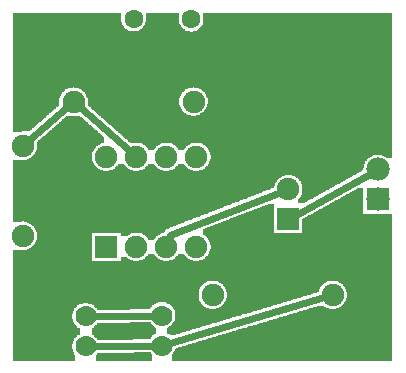
<source format=gbl>
G04 MADE WITH FRITZING*
G04 WWW.FRITZING.ORG*
G04 DOUBLE SIDED*
G04 HOLES PLATED*
G04 CONTOUR ON CENTER OF CONTOUR VECTOR*
%ASAXBY*%
%FSLAX23Y23*%
%MOIN*%
%OFA0B0*%
%SFA1.0B1.0*%
%ADD10C,0.075000*%
%ADD11C,0.062992*%
%ADD12C,0.078000*%
%ADD13C,0.070000*%
%ADD14R,0.075000X0.075000*%
%ADD15R,0.078000X0.078000*%
%ADD16C,0.024000*%
%LNCOPPER0*%
G90*
G70*
G54D10*
X121Y1062D03*
X350Y420D03*
X350Y720D03*
X450Y420D03*
X450Y720D03*
X550Y420D03*
X550Y720D03*
X650Y420D03*
X650Y720D03*
X241Y904D03*
X641Y904D03*
X72Y457D03*
X72Y757D03*
X705Y260D03*
X1105Y260D03*
G54D11*
X633Y1179D03*
X441Y1179D03*
G54D12*
X1256Y578D03*
X1256Y678D03*
G54D10*
X957Y512D03*
X957Y612D03*
G54D13*
X536Y191D03*
X536Y91D03*
X281Y188D03*
X281Y88D03*
G54D14*
X350Y420D03*
G54D15*
X1256Y578D03*
G54D14*
X957Y512D03*
G54D16*
X219Y886D02*
X93Y775D01*
D02*
X429Y739D02*
X262Y886D01*
D02*
X1229Y663D02*
X982Y526D01*
D02*
X559Y447D02*
X564Y461D01*
X564Y461D02*
X931Y602D01*
D02*
X307Y188D02*
X509Y191D01*
D02*
X509Y91D02*
X307Y88D01*
D02*
X1077Y252D02*
X561Y98D01*
G36*
X40Y1201D02*
X40Y1139D01*
X430Y1139D01*
X430Y1141D01*
X424Y1141D01*
X424Y1143D01*
X420Y1143D01*
X420Y1145D01*
X416Y1145D01*
X416Y1147D01*
X414Y1147D01*
X414Y1149D01*
X412Y1149D01*
X412Y1151D01*
X410Y1151D01*
X410Y1153D01*
X408Y1153D01*
X408Y1155D01*
X406Y1155D01*
X406Y1159D01*
X404Y1159D01*
X404Y1163D01*
X402Y1163D01*
X402Y1169D01*
X400Y1169D01*
X400Y1201D01*
X40Y1201D01*
G37*
D02*
G36*
X482Y1201D02*
X482Y1171D01*
X480Y1171D01*
X480Y1163D01*
X478Y1163D01*
X478Y1161D01*
X476Y1161D01*
X476Y1157D01*
X474Y1157D01*
X474Y1153D01*
X472Y1153D01*
X472Y1151D01*
X470Y1151D01*
X470Y1149D01*
X468Y1149D01*
X468Y1147D01*
X464Y1147D01*
X464Y1145D01*
X462Y1145D01*
X462Y1143D01*
X458Y1143D01*
X458Y1141D01*
X452Y1141D01*
X452Y1139D01*
X620Y1139D01*
X620Y1141D01*
X614Y1141D01*
X614Y1143D01*
X612Y1143D01*
X612Y1145D01*
X608Y1145D01*
X608Y1147D01*
X606Y1147D01*
X606Y1149D01*
X604Y1149D01*
X604Y1151D01*
X602Y1151D01*
X602Y1153D01*
X600Y1153D01*
X600Y1155D01*
X598Y1155D01*
X598Y1159D01*
X596Y1159D01*
X596Y1163D01*
X594Y1163D01*
X594Y1169D01*
X592Y1169D01*
X592Y1201D01*
X482Y1201D01*
G37*
D02*
G36*
X674Y1201D02*
X674Y1167D01*
X672Y1167D01*
X672Y1161D01*
X670Y1161D01*
X670Y1159D01*
X668Y1159D01*
X668Y1155D01*
X666Y1155D01*
X666Y1153D01*
X664Y1153D01*
X664Y1151D01*
X662Y1151D01*
X662Y1149D01*
X660Y1149D01*
X660Y1147D01*
X658Y1147D01*
X658Y1145D01*
X656Y1145D01*
X656Y1143D01*
X652Y1143D01*
X652Y1141D01*
X646Y1141D01*
X646Y1139D01*
X638Y1139D01*
X638Y1137D01*
X1304Y1137D01*
X1304Y1201D01*
X674Y1201D01*
G37*
D02*
G36*
X40Y1139D02*
X40Y1137D01*
X628Y1137D01*
X628Y1139D01*
X40Y1139D01*
G37*
D02*
G36*
X40Y1139D02*
X40Y1137D01*
X628Y1137D01*
X628Y1139D01*
X40Y1139D01*
G37*
D02*
G36*
X40Y1137D02*
X40Y1135D01*
X1304Y1135D01*
X1304Y1137D01*
X40Y1137D01*
G37*
D02*
G36*
X40Y1137D02*
X40Y1135D01*
X1304Y1135D01*
X1304Y1137D01*
X40Y1137D01*
G37*
D02*
G36*
X40Y1135D02*
X40Y953D01*
X642Y953D01*
X642Y951D01*
X654Y951D01*
X654Y949D01*
X660Y949D01*
X660Y947D01*
X664Y947D01*
X664Y945D01*
X666Y945D01*
X666Y943D01*
X670Y943D01*
X670Y941D01*
X672Y941D01*
X672Y939D01*
X674Y939D01*
X674Y937D01*
X676Y937D01*
X676Y935D01*
X678Y935D01*
X678Y933D01*
X680Y933D01*
X680Y929D01*
X682Y929D01*
X682Y925D01*
X684Y925D01*
X684Y921D01*
X686Y921D01*
X686Y915D01*
X688Y915D01*
X688Y895D01*
X686Y895D01*
X686Y887D01*
X684Y887D01*
X684Y883D01*
X682Y883D01*
X682Y879D01*
X680Y879D01*
X680Y877D01*
X678Y877D01*
X678Y875D01*
X676Y875D01*
X676Y871D01*
X674Y871D01*
X674Y869D01*
X670Y869D01*
X670Y867D01*
X668Y867D01*
X668Y865D01*
X664Y865D01*
X664Y863D01*
X662Y863D01*
X662Y861D01*
X656Y861D01*
X656Y859D01*
X650Y859D01*
X650Y857D01*
X1304Y857D01*
X1304Y1135D01*
X40Y1135D01*
G37*
D02*
G36*
X40Y953D02*
X40Y803D01*
X68Y803D01*
X68Y805D01*
X94Y805D01*
X94Y807D01*
X96Y807D01*
X96Y809D01*
X100Y809D01*
X100Y811D01*
X102Y811D01*
X102Y813D01*
X104Y813D01*
X104Y815D01*
X106Y815D01*
X106Y817D01*
X108Y817D01*
X108Y819D01*
X110Y819D01*
X110Y821D01*
X112Y821D01*
X112Y823D01*
X116Y823D01*
X116Y825D01*
X118Y825D01*
X118Y827D01*
X120Y827D01*
X120Y829D01*
X122Y829D01*
X122Y831D01*
X124Y831D01*
X124Y833D01*
X126Y833D01*
X126Y835D01*
X128Y835D01*
X128Y837D01*
X132Y837D01*
X132Y839D01*
X134Y839D01*
X134Y841D01*
X136Y841D01*
X136Y843D01*
X138Y843D01*
X138Y845D01*
X140Y845D01*
X140Y847D01*
X142Y847D01*
X142Y849D01*
X144Y849D01*
X144Y851D01*
X148Y851D01*
X148Y853D01*
X150Y853D01*
X150Y855D01*
X152Y855D01*
X152Y857D01*
X154Y857D01*
X154Y859D01*
X156Y859D01*
X156Y861D01*
X158Y861D01*
X158Y863D01*
X160Y863D01*
X160Y865D01*
X164Y865D01*
X164Y867D01*
X166Y867D01*
X166Y869D01*
X168Y869D01*
X168Y871D01*
X170Y871D01*
X170Y873D01*
X172Y873D01*
X172Y875D01*
X174Y875D01*
X174Y877D01*
X176Y877D01*
X176Y879D01*
X180Y879D01*
X180Y881D01*
X182Y881D01*
X182Y883D01*
X184Y883D01*
X184Y885D01*
X186Y885D01*
X186Y887D01*
X188Y887D01*
X188Y889D01*
X190Y889D01*
X190Y891D01*
X192Y891D01*
X192Y893D01*
X194Y893D01*
X194Y917D01*
X196Y917D01*
X196Y923D01*
X198Y923D01*
X198Y927D01*
X200Y927D01*
X200Y931D01*
X202Y931D01*
X202Y933D01*
X204Y933D01*
X204Y935D01*
X206Y935D01*
X206Y937D01*
X208Y937D01*
X208Y939D01*
X210Y939D01*
X210Y941D01*
X212Y941D01*
X212Y943D01*
X214Y943D01*
X214Y945D01*
X218Y945D01*
X218Y947D01*
X222Y947D01*
X222Y949D01*
X228Y949D01*
X228Y951D01*
X240Y951D01*
X240Y953D01*
X40Y953D01*
G37*
D02*
G36*
X242Y953D02*
X242Y951D01*
X254Y951D01*
X254Y949D01*
X260Y949D01*
X260Y947D01*
X264Y947D01*
X264Y945D01*
X266Y945D01*
X266Y943D01*
X270Y943D01*
X270Y941D01*
X272Y941D01*
X272Y939D01*
X274Y939D01*
X274Y937D01*
X276Y937D01*
X276Y935D01*
X278Y935D01*
X278Y933D01*
X280Y933D01*
X280Y929D01*
X282Y929D01*
X282Y925D01*
X284Y925D01*
X284Y921D01*
X286Y921D01*
X286Y915D01*
X288Y915D01*
X288Y891D01*
X290Y891D01*
X290Y889D01*
X292Y889D01*
X292Y887D01*
X296Y887D01*
X296Y885D01*
X298Y885D01*
X298Y883D01*
X300Y883D01*
X300Y881D01*
X302Y881D01*
X302Y879D01*
X304Y879D01*
X304Y877D01*
X306Y877D01*
X306Y875D01*
X308Y875D01*
X308Y873D01*
X312Y873D01*
X312Y871D01*
X314Y871D01*
X314Y869D01*
X316Y869D01*
X316Y867D01*
X318Y867D01*
X318Y865D01*
X320Y865D01*
X320Y863D01*
X322Y863D01*
X322Y861D01*
X324Y861D01*
X324Y859D01*
X326Y859D01*
X326Y857D01*
X632Y857D01*
X632Y859D01*
X624Y859D01*
X624Y861D01*
X620Y861D01*
X620Y863D01*
X616Y863D01*
X616Y865D01*
X614Y865D01*
X614Y867D01*
X610Y867D01*
X610Y869D01*
X608Y869D01*
X608Y871D01*
X606Y871D01*
X606Y873D01*
X604Y873D01*
X604Y877D01*
X602Y877D01*
X602Y879D01*
X600Y879D01*
X600Y883D01*
X598Y883D01*
X598Y887D01*
X596Y887D01*
X596Y893D01*
X594Y893D01*
X594Y917D01*
X596Y917D01*
X596Y923D01*
X598Y923D01*
X598Y927D01*
X600Y927D01*
X600Y931D01*
X602Y931D01*
X602Y933D01*
X604Y933D01*
X604Y935D01*
X606Y935D01*
X606Y937D01*
X608Y937D01*
X608Y939D01*
X610Y939D01*
X610Y941D01*
X612Y941D01*
X612Y943D01*
X614Y943D01*
X614Y945D01*
X618Y945D01*
X618Y947D01*
X622Y947D01*
X622Y949D01*
X628Y949D01*
X628Y951D01*
X640Y951D01*
X640Y953D01*
X242Y953D01*
G37*
D02*
G36*
X218Y857D02*
X218Y855D01*
X216Y855D01*
X216Y853D01*
X214Y853D01*
X214Y851D01*
X212Y851D01*
X212Y849D01*
X210Y849D01*
X210Y847D01*
X208Y847D01*
X208Y845D01*
X204Y845D01*
X204Y843D01*
X202Y843D01*
X202Y841D01*
X200Y841D01*
X200Y839D01*
X198Y839D01*
X198Y837D01*
X196Y837D01*
X196Y835D01*
X194Y835D01*
X194Y833D01*
X192Y833D01*
X192Y831D01*
X188Y831D01*
X188Y829D01*
X186Y829D01*
X186Y827D01*
X184Y827D01*
X184Y825D01*
X182Y825D01*
X182Y823D01*
X180Y823D01*
X180Y821D01*
X178Y821D01*
X178Y819D01*
X176Y819D01*
X176Y817D01*
X172Y817D01*
X172Y815D01*
X170Y815D01*
X170Y813D01*
X168Y813D01*
X168Y811D01*
X166Y811D01*
X166Y809D01*
X164Y809D01*
X164Y807D01*
X162Y807D01*
X162Y805D01*
X160Y805D01*
X160Y803D01*
X156Y803D01*
X156Y801D01*
X154Y801D01*
X154Y799D01*
X152Y799D01*
X152Y797D01*
X150Y797D01*
X150Y795D01*
X148Y795D01*
X148Y793D01*
X146Y793D01*
X146Y791D01*
X144Y791D01*
X144Y789D01*
X140Y789D01*
X140Y787D01*
X138Y787D01*
X138Y785D01*
X136Y785D01*
X136Y783D01*
X134Y783D01*
X134Y781D01*
X132Y781D01*
X132Y779D01*
X130Y779D01*
X130Y777D01*
X128Y777D01*
X128Y775D01*
X124Y775D01*
X124Y773D01*
X122Y773D01*
X122Y771D01*
X120Y771D01*
X120Y753D01*
X118Y753D01*
X118Y743D01*
X116Y743D01*
X116Y737D01*
X114Y737D01*
X114Y733D01*
X112Y733D01*
X112Y731D01*
X110Y731D01*
X110Y727D01*
X108Y727D01*
X108Y725D01*
X106Y725D01*
X106Y723D01*
X104Y723D01*
X104Y721D01*
X102Y721D01*
X102Y719D01*
X98Y719D01*
X98Y717D01*
X96Y717D01*
X96Y715D01*
X92Y715D01*
X92Y713D01*
X86Y713D01*
X86Y711D01*
X80Y711D01*
X80Y709D01*
X304Y709D01*
X304Y715D01*
X302Y715D01*
X302Y725D01*
X304Y725D01*
X304Y735D01*
X306Y735D01*
X306Y739D01*
X308Y739D01*
X308Y743D01*
X310Y743D01*
X310Y747D01*
X312Y747D01*
X312Y749D01*
X314Y749D01*
X314Y751D01*
X316Y751D01*
X316Y755D01*
X320Y755D01*
X320Y757D01*
X322Y757D01*
X322Y759D01*
X324Y759D01*
X324Y761D01*
X328Y761D01*
X328Y763D01*
X332Y763D01*
X332Y765D01*
X338Y765D01*
X338Y767D01*
X342Y767D01*
X342Y787D01*
X340Y787D01*
X340Y789D01*
X338Y789D01*
X338Y791D01*
X336Y791D01*
X336Y793D01*
X334Y793D01*
X334Y795D01*
X330Y795D01*
X330Y797D01*
X328Y797D01*
X328Y799D01*
X326Y799D01*
X326Y801D01*
X324Y801D01*
X324Y803D01*
X322Y803D01*
X322Y805D01*
X320Y805D01*
X320Y807D01*
X318Y807D01*
X318Y809D01*
X314Y809D01*
X314Y811D01*
X312Y811D01*
X312Y813D01*
X310Y813D01*
X310Y815D01*
X308Y815D01*
X308Y817D01*
X306Y817D01*
X306Y819D01*
X304Y819D01*
X304Y821D01*
X302Y821D01*
X302Y823D01*
X298Y823D01*
X298Y825D01*
X296Y825D01*
X296Y827D01*
X294Y827D01*
X294Y829D01*
X292Y829D01*
X292Y831D01*
X290Y831D01*
X290Y833D01*
X288Y833D01*
X288Y835D01*
X286Y835D01*
X286Y837D01*
X284Y837D01*
X284Y839D01*
X280Y839D01*
X280Y841D01*
X278Y841D01*
X278Y843D01*
X276Y843D01*
X276Y845D01*
X274Y845D01*
X274Y847D01*
X272Y847D01*
X272Y849D01*
X270Y849D01*
X270Y851D01*
X268Y851D01*
X268Y853D01*
X264Y853D01*
X264Y855D01*
X262Y855D01*
X262Y857D01*
X218Y857D01*
G37*
D02*
G36*
X330Y857D02*
X330Y855D01*
X1304Y855D01*
X1304Y857D01*
X330Y857D01*
G37*
D02*
G36*
X330Y857D02*
X330Y855D01*
X1304Y855D01*
X1304Y857D01*
X330Y857D01*
G37*
D02*
G36*
X332Y855D02*
X332Y853D01*
X334Y853D01*
X334Y851D01*
X336Y851D01*
X336Y849D01*
X338Y849D01*
X338Y847D01*
X340Y847D01*
X340Y845D01*
X342Y845D01*
X342Y843D01*
X346Y843D01*
X346Y841D01*
X348Y841D01*
X348Y839D01*
X350Y839D01*
X350Y837D01*
X352Y837D01*
X352Y835D01*
X354Y835D01*
X354Y833D01*
X356Y833D01*
X356Y831D01*
X358Y831D01*
X358Y829D01*
X360Y829D01*
X360Y827D01*
X364Y827D01*
X364Y825D01*
X366Y825D01*
X366Y823D01*
X368Y823D01*
X368Y821D01*
X370Y821D01*
X370Y819D01*
X372Y819D01*
X372Y817D01*
X374Y817D01*
X374Y815D01*
X376Y815D01*
X376Y813D01*
X380Y813D01*
X380Y811D01*
X382Y811D01*
X382Y809D01*
X384Y809D01*
X384Y807D01*
X386Y807D01*
X386Y805D01*
X388Y805D01*
X388Y803D01*
X390Y803D01*
X390Y801D01*
X392Y801D01*
X392Y799D01*
X396Y799D01*
X396Y797D01*
X398Y797D01*
X398Y795D01*
X400Y795D01*
X400Y793D01*
X402Y793D01*
X402Y791D01*
X404Y791D01*
X404Y789D01*
X406Y789D01*
X406Y787D01*
X408Y787D01*
X408Y785D01*
X410Y785D01*
X410Y783D01*
X414Y783D01*
X414Y781D01*
X416Y781D01*
X416Y779D01*
X418Y779D01*
X418Y777D01*
X420Y777D01*
X420Y775D01*
X422Y775D01*
X422Y773D01*
X424Y773D01*
X424Y771D01*
X426Y771D01*
X426Y769D01*
X430Y769D01*
X430Y767D01*
X662Y767D01*
X662Y765D01*
X668Y765D01*
X668Y763D01*
X672Y763D01*
X672Y761D01*
X676Y761D01*
X676Y759D01*
X678Y759D01*
X678Y757D01*
X680Y757D01*
X680Y755D01*
X684Y755D01*
X684Y753D01*
X686Y753D01*
X686Y749D01*
X688Y749D01*
X688Y747D01*
X690Y747D01*
X690Y743D01*
X692Y743D01*
X692Y741D01*
X694Y741D01*
X694Y735D01*
X696Y735D01*
X696Y727D01*
X1262Y727D01*
X1262Y725D01*
X1270Y725D01*
X1270Y723D01*
X1276Y723D01*
X1276Y721D01*
X1280Y721D01*
X1280Y719D01*
X1284Y719D01*
X1284Y717D01*
X1304Y717D01*
X1304Y855D01*
X332Y855D01*
G37*
D02*
G36*
X462Y767D02*
X462Y765D01*
X468Y765D01*
X468Y763D01*
X472Y763D01*
X472Y761D01*
X476Y761D01*
X476Y759D01*
X478Y759D01*
X478Y757D01*
X480Y757D01*
X480Y755D01*
X484Y755D01*
X484Y753D01*
X486Y753D01*
X486Y749D01*
X488Y749D01*
X488Y747D01*
X490Y747D01*
X490Y743D01*
X510Y743D01*
X510Y747D01*
X512Y747D01*
X512Y749D01*
X514Y749D01*
X514Y751D01*
X516Y751D01*
X516Y755D01*
X520Y755D01*
X520Y757D01*
X522Y757D01*
X522Y759D01*
X524Y759D01*
X524Y761D01*
X528Y761D01*
X528Y763D01*
X532Y763D01*
X532Y765D01*
X538Y765D01*
X538Y767D01*
X462Y767D01*
G37*
D02*
G36*
X562Y767D02*
X562Y765D01*
X568Y765D01*
X568Y763D01*
X572Y763D01*
X572Y761D01*
X576Y761D01*
X576Y759D01*
X578Y759D01*
X578Y757D01*
X580Y757D01*
X580Y755D01*
X584Y755D01*
X584Y753D01*
X586Y753D01*
X586Y749D01*
X588Y749D01*
X588Y747D01*
X590Y747D01*
X590Y743D01*
X610Y743D01*
X610Y747D01*
X612Y747D01*
X612Y749D01*
X614Y749D01*
X614Y751D01*
X616Y751D01*
X616Y755D01*
X620Y755D01*
X620Y757D01*
X622Y757D01*
X622Y759D01*
X624Y759D01*
X624Y761D01*
X628Y761D01*
X628Y763D01*
X632Y763D01*
X632Y765D01*
X638Y765D01*
X638Y767D01*
X562Y767D01*
G37*
D02*
G36*
X698Y727D02*
X698Y713D01*
X696Y713D01*
X696Y705D01*
X694Y705D01*
X694Y701D01*
X692Y701D01*
X692Y697D01*
X690Y697D01*
X690Y693D01*
X688Y693D01*
X688Y691D01*
X686Y691D01*
X686Y689D01*
X684Y689D01*
X684Y687D01*
X682Y687D01*
X682Y685D01*
X680Y685D01*
X680Y683D01*
X678Y683D01*
X678Y681D01*
X676Y681D01*
X676Y679D01*
X672Y679D01*
X672Y677D01*
X668Y677D01*
X668Y675D01*
X660Y675D01*
X660Y673D01*
X1204Y673D01*
X1204Y675D01*
X1206Y675D01*
X1206Y683D01*
X1208Y683D01*
X1208Y691D01*
X1210Y691D01*
X1210Y697D01*
X1212Y697D01*
X1212Y701D01*
X1214Y701D01*
X1214Y705D01*
X1216Y705D01*
X1216Y707D01*
X1218Y707D01*
X1218Y709D01*
X1220Y709D01*
X1220Y713D01*
X1224Y713D01*
X1224Y715D01*
X1226Y715D01*
X1226Y717D01*
X1228Y717D01*
X1228Y719D01*
X1232Y719D01*
X1232Y721D01*
X1236Y721D01*
X1236Y723D01*
X1240Y723D01*
X1240Y725D01*
X1248Y725D01*
X1248Y727D01*
X698Y727D01*
G37*
D02*
G36*
X40Y711D02*
X40Y709D01*
X64Y709D01*
X64Y711D01*
X40Y711D01*
G37*
D02*
G36*
X40Y709D02*
X40Y707D01*
X304Y707D01*
X304Y709D01*
X40Y709D01*
G37*
D02*
G36*
X40Y709D02*
X40Y707D01*
X304Y707D01*
X304Y709D01*
X40Y709D01*
G37*
D02*
G36*
X40Y707D02*
X40Y673D01*
X340Y673D01*
X340Y675D01*
X334Y675D01*
X334Y677D01*
X328Y677D01*
X328Y679D01*
X326Y679D01*
X326Y681D01*
X322Y681D01*
X322Y683D01*
X320Y683D01*
X320Y685D01*
X318Y685D01*
X318Y687D01*
X316Y687D01*
X316Y689D01*
X314Y689D01*
X314Y691D01*
X312Y691D01*
X312Y693D01*
X310Y693D01*
X310Y697D01*
X308Y697D01*
X308Y701D01*
X306Y701D01*
X306Y707D01*
X40Y707D01*
G37*
D02*
G36*
X390Y697D02*
X390Y693D01*
X388Y693D01*
X388Y691D01*
X386Y691D01*
X386Y689D01*
X384Y689D01*
X384Y687D01*
X382Y687D01*
X382Y685D01*
X380Y685D01*
X380Y683D01*
X378Y683D01*
X378Y681D01*
X376Y681D01*
X376Y679D01*
X372Y679D01*
X372Y677D01*
X368Y677D01*
X368Y675D01*
X360Y675D01*
X360Y673D01*
X440Y673D01*
X440Y675D01*
X434Y675D01*
X434Y677D01*
X428Y677D01*
X428Y679D01*
X426Y679D01*
X426Y681D01*
X422Y681D01*
X422Y683D01*
X420Y683D01*
X420Y685D01*
X418Y685D01*
X418Y687D01*
X416Y687D01*
X416Y689D01*
X414Y689D01*
X414Y691D01*
X412Y691D01*
X412Y693D01*
X410Y693D01*
X410Y697D01*
X390Y697D01*
G37*
D02*
G36*
X490Y697D02*
X490Y693D01*
X488Y693D01*
X488Y691D01*
X486Y691D01*
X486Y689D01*
X484Y689D01*
X484Y687D01*
X482Y687D01*
X482Y685D01*
X480Y685D01*
X480Y683D01*
X478Y683D01*
X478Y681D01*
X476Y681D01*
X476Y679D01*
X472Y679D01*
X472Y677D01*
X468Y677D01*
X468Y675D01*
X460Y675D01*
X460Y673D01*
X540Y673D01*
X540Y675D01*
X534Y675D01*
X534Y677D01*
X528Y677D01*
X528Y679D01*
X526Y679D01*
X526Y681D01*
X522Y681D01*
X522Y683D01*
X520Y683D01*
X520Y685D01*
X518Y685D01*
X518Y687D01*
X516Y687D01*
X516Y689D01*
X514Y689D01*
X514Y691D01*
X512Y691D01*
X512Y693D01*
X510Y693D01*
X510Y697D01*
X490Y697D01*
G37*
D02*
G36*
X590Y697D02*
X590Y693D01*
X588Y693D01*
X588Y691D01*
X586Y691D01*
X586Y689D01*
X584Y689D01*
X584Y687D01*
X582Y687D01*
X582Y685D01*
X580Y685D01*
X580Y683D01*
X578Y683D01*
X578Y681D01*
X576Y681D01*
X576Y679D01*
X572Y679D01*
X572Y677D01*
X568Y677D01*
X568Y675D01*
X560Y675D01*
X560Y673D01*
X640Y673D01*
X640Y675D01*
X634Y675D01*
X634Y677D01*
X628Y677D01*
X628Y679D01*
X626Y679D01*
X626Y681D01*
X622Y681D01*
X622Y683D01*
X620Y683D01*
X620Y685D01*
X618Y685D01*
X618Y687D01*
X616Y687D01*
X616Y689D01*
X614Y689D01*
X614Y691D01*
X612Y691D01*
X612Y693D01*
X610Y693D01*
X610Y697D01*
X590Y697D01*
G37*
D02*
G36*
X40Y673D02*
X40Y671D01*
X1200Y671D01*
X1200Y673D01*
X40Y673D01*
G37*
D02*
G36*
X40Y673D02*
X40Y671D01*
X1200Y671D01*
X1200Y673D01*
X40Y673D01*
G37*
D02*
G36*
X40Y673D02*
X40Y671D01*
X1200Y671D01*
X1200Y673D01*
X40Y673D01*
G37*
D02*
G36*
X40Y673D02*
X40Y671D01*
X1200Y671D01*
X1200Y673D01*
X40Y673D01*
G37*
D02*
G36*
X40Y673D02*
X40Y671D01*
X1200Y671D01*
X1200Y673D01*
X40Y673D01*
G37*
D02*
G36*
X40Y671D02*
X40Y659D01*
X970Y659D01*
X970Y657D01*
X976Y657D01*
X976Y655D01*
X980Y655D01*
X980Y653D01*
X984Y653D01*
X984Y651D01*
X986Y651D01*
X986Y649D01*
X988Y649D01*
X988Y647D01*
X990Y647D01*
X990Y645D01*
X992Y645D01*
X992Y643D01*
X994Y643D01*
X994Y641D01*
X996Y641D01*
X996Y639D01*
X998Y639D01*
X998Y635D01*
X1000Y635D01*
X1000Y631D01*
X1002Y631D01*
X1002Y625D01*
X1004Y625D01*
X1004Y601D01*
X1002Y601D01*
X1002Y593D01*
X1000Y593D01*
X1000Y591D01*
X998Y591D01*
X998Y587D01*
X996Y587D01*
X996Y583D01*
X994Y583D01*
X994Y581D01*
X992Y581D01*
X992Y579D01*
X990Y579D01*
X990Y567D01*
X1012Y567D01*
X1012Y569D01*
X1016Y569D01*
X1016Y571D01*
X1020Y571D01*
X1020Y573D01*
X1024Y573D01*
X1024Y575D01*
X1026Y575D01*
X1026Y577D01*
X1030Y577D01*
X1030Y579D01*
X1034Y579D01*
X1034Y581D01*
X1038Y581D01*
X1038Y583D01*
X1042Y583D01*
X1042Y585D01*
X1044Y585D01*
X1044Y587D01*
X1048Y587D01*
X1048Y589D01*
X1052Y589D01*
X1052Y591D01*
X1056Y591D01*
X1056Y593D01*
X1060Y593D01*
X1060Y595D01*
X1062Y595D01*
X1062Y597D01*
X1066Y597D01*
X1066Y599D01*
X1070Y599D01*
X1070Y601D01*
X1074Y601D01*
X1074Y603D01*
X1078Y603D01*
X1078Y605D01*
X1080Y605D01*
X1080Y607D01*
X1084Y607D01*
X1084Y609D01*
X1088Y609D01*
X1088Y611D01*
X1092Y611D01*
X1092Y613D01*
X1096Y613D01*
X1096Y615D01*
X1100Y615D01*
X1100Y617D01*
X1102Y617D01*
X1102Y619D01*
X1106Y619D01*
X1106Y621D01*
X1110Y621D01*
X1110Y623D01*
X1114Y623D01*
X1114Y625D01*
X1118Y625D01*
X1118Y627D01*
X1120Y627D01*
X1120Y629D01*
X1124Y629D01*
X1124Y631D01*
X1128Y631D01*
X1128Y633D01*
X1132Y633D01*
X1132Y635D01*
X1136Y635D01*
X1136Y637D01*
X1138Y637D01*
X1138Y639D01*
X1142Y639D01*
X1142Y641D01*
X1146Y641D01*
X1146Y643D01*
X1150Y643D01*
X1150Y645D01*
X1154Y645D01*
X1154Y647D01*
X1156Y647D01*
X1156Y649D01*
X1160Y649D01*
X1160Y651D01*
X1164Y651D01*
X1164Y653D01*
X1168Y653D01*
X1168Y655D01*
X1172Y655D01*
X1172Y657D01*
X1174Y657D01*
X1174Y659D01*
X1178Y659D01*
X1178Y661D01*
X1182Y661D01*
X1182Y663D01*
X1186Y663D01*
X1186Y665D01*
X1190Y665D01*
X1190Y667D01*
X1192Y667D01*
X1192Y669D01*
X1196Y669D01*
X1196Y671D01*
X40Y671D01*
G37*
D02*
G36*
X40Y659D02*
X40Y505D01*
X76Y505D01*
X76Y503D01*
X86Y503D01*
X86Y501D01*
X92Y501D01*
X92Y499D01*
X94Y499D01*
X94Y497D01*
X98Y497D01*
X98Y495D01*
X100Y495D01*
X100Y493D01*
X104Y493D01*
X104Y491D01*
X106Y491D01*
X106Y489D01*
X108Y489D01*
X108Y485D01*
X110Y485D01*
X110Y483D01*
X112Y483D01*
X112Y479D01*
X114Y479D01*
X114Y477D01*
X116Y477D01*
X116Y471D01*
X118Y471D01*
X118Y467D01*
X462Y467D01*
X462Y465D01*
X468Y465D01*
X468Y463D01*
X472Y463D01*
X472Y461D01*
X476Y461D01*
X476Y459D01*
X478Y459D01*
X478Y457D01*
X480Y457D01*
X480Y455D01*
X484Y455D01*
X484Y453D01*
X486Y453D01*
X486Y449D01*
X488Y449D01*
X488Y447D01*
X490Y447D01*
X490Y443D01*
X510Y443D01*
X510Y447D01*
X512Y447D01*
X512Y449D01*
X514Y449D01*
X514Y451D01*
X516Y451D01*
X516Y455D01*
X520Y455D01*
X520Y457D01*
X522Y457D01*
X522Y459D01*
X524Y459D01*
X524Y461D01*
X528Y461D01*
X528Y463D01*
X532Y463D01*
X532Y465D01*
X538Y465D01*
X538Y467D01*
X544Y467D01*
X544Y471D01*
X546Y471D01*
X546Y475D01*
X548Y475D01*
X548Y477D01*
X550Y477D01*
X550Y479D01*
X554Y479D01*
X554Y481D01*
X558Y481D01*
X558Y483D01*
X562Y483D01*
X562Y485D01*
X568Y485D01*
X568Y487D01*
X572Y487D01*
X572Y489D01*
X578Y489D01*
X578Y491D01*
X584Y491D01*
X584Y493D01*
X588Y493D01*
X588Y495D01*
X594Y495D01*
X594Y497D01*
X598Y497D01*
X598Y499D01*
X604Y499D01*
X604Y501D01*
X610Y501D01*
X610Y503D01*
X614Y503D01*
X614Y505D01*
X620Y505D01*
X620Y507D01*
X624Y507D01*
X624Y509D01*
X630Y509D01*
X630Y511D01*
X636Y511D01*
X636Y513D01*
X640Y513D01*
X640Y515D01*
X646Y515D01*
X646Y517D01*
X650Y517D01*
X650Y519D01*
X656Y519D01*
X656Y521D01*
X662Y521D01*
X662Y523D01*
X666Y523D01*
X666Y525D01*
X672Y525D01*
X672Y527D01*
X676Y527D01*
X676Y529D01*
X682Y529D01*
X682Y531D01*
X688Y531D01*
X688Y533D01*
X692Y533D01*
X692Y535D01*
X698Y535D01*
X698Y537D01*
X702Y537D01*
X702Y539D01*
X708Y539D01*
X708Y541D01*
X714Y541D01*
X714Y543D01*
X718Y543D01*
X718Y545D01*
X724Y545D01*
X724Y547D01*
X728Y547D01*
X728Y549D01*
X734Y549D01*
X734Y551D01*
X740Y551D01*
X740Y553D01*
X744Y553D01*
X744Y555D01*
X750Y555D01*
X750Y557D01*
X754Y557D01*
X754Y559D01*
X760Y559D01*
X760Y561D01*
X766Y561D01*
X766Y563D01*
X770Y563D01*
X770Y565D01*
X776Y565D01*
X776Y567D01*
X780Y567D01*
X780Y569D01*
X786Y569D01*
X786Y571D01*
X792Y571D01*
X792Y573D01*
X796Y573D01*
X796Y575D01*
X802Y575D01*
X802Y577D01*
X806Y577D01*
X806Y579D01*
X812Y579D01*
X812Y581D01*
X818Y581D01*
X818Y583D01*
X822Y583D01*
X822Y585D01*
X828Y585D01*
X828Y587D01*
X832Y587D01*
X832Y589D01*
X838Y589D01*
X838Y591D01*
X844Y591D01*
X844Y593D01*
X848Y593D01*
X848Y595D01*
X854Y595D01*
X854Y597D01*
X858Y597D01*
X858Y599D01*
X864Y599D01*
X864Y601D01*
X870Y601D01*
X870Y603D01*
X874Y603D01*
X874Y605D01*
X880Y605D01*
X880Y607D01*
X884Y607D01*
X884Y609D01*
X890Y609D01*
X890Y611D01*
X896Y611D01*
X896Y613D01*
X900Y613D01*
X900Y615D01*
X906Y615D01*
X906Y617D01*
X910Y617D01*
X910Y623D01*
X912Y623D01*
X912Y629D01*
X914Y629D01*
X914Y633D01*
X916Y633D01*
X916Y637D01*
X918Y637D01*
X918Y641D01*
X920Y641D01*
X920Y643D01*
X922Y643D01*
X922Y645D01*
X924Y645D01*
X924Y647D01*
X926Y647D01*
X926Y649D01*
X928Y649D01*
X928Y651D01*
X932Y651D01*
X932Y653D01*
X936Y653D01*
X936Y655D01*
X938Y655D01*
X938Y657D01*
X946Y657D01*
X946Y659D01*
X40Y659D01*
G37*
D02*
G36*
X1186Y615D02*
X1186Y613D01*
X1182Y613D01*
X1182Y611D01*
X1178Y611D01*
X1178Y609D01*
X1176Y609D01*
X1176Y607D01*
X1172Y607D01*
X1172Y605D01*
X1168Y605D01*
X1168Y603D01*
X1164Y603D01*
X1164Y601D01*
X1160Y601D01*
X1160Y599D01*
X1158Y599D01*
X1158Y597D01*
X1154Y597D01*
X1154Y595D01*
X1150Y595D01*
X1150Y593D01*
X1146Y593D01*
X1146Y591D01*
X1142Y591D01*
X1142Y589D01*
X1140Y589D01*
X1140Y587D01*
X1136Y587D01*
X1136Y585D01*
X1132Y585D01*
X1132Y583D01*
X1128Y583D01*
X1128Y581D01*
X1124Y581D01*
X1124Y579D01*
X1122Y579D01*
X1122Y577D01*
X1118Y577D01*
X1118Y575D01*
X1114Y575D01*
X1114Y573D01*
X1110Y573D01*
X1110Y571D01*
X1106Y571D01*
X1106Y569D01*
X1104Y569D01*
X1104Y567D01*
X1100Y567D01*
X1100Y565D01*
X1096Y565D01*
X1096Y563D01*
X1092Y563D01*
X1092Y561D01*
X1088Y561D01*
X1088Y559D01*
X1086Y559D01*
X1086Y557D01*
X1082Y557D01*
X1082Y555D01*
X1078Y555D01*
X1078Y553D01*
X1074Y553D01*
X1074Y551D01*
X1070Y551D01*
X1070Y549D01*
X1068Y549D01*
X1068Y547D01*
X1064Y547D01*
X1064Y545D01*
X1060Y545D01*
X1060Y543D01*
X1056Y543D01*
X1056Y541D01*
X1052Y541D01*
X1052Y539D01*
X1050Y539D01*
X1050Y537D01*
X1046Y537D01*
X1046Y535D01*
X1042Y535D01*
X1042Y533D01*
X1038Y533D01*
X1038Y531D01*
X1034Y531D01*
X1034Y529D01*
X1032Y529D01*
X1032Y527D01*
X1028Y527D01*
X1028Y525D01*
X1024Y525D01*
X1024Y523D01*
X1020Y523D01*
X1020Y521D01*
X1016Y521D01*
X1016Y519D01*
X1012Y519D01*
X1012Y517D01*
X1010Y517D01*
X1010Y515D01*
X1006Y515D01*
X1006Y513D01*
X1004Y513D01*
X1004Y465D01*
X1304Y465D01*
X1304Y529D01*
X1206Y529D01*
X1206Y615D01*
X1186Y615D01*
G37*
D02*
G36*
X888Y563D02*
X888Y561D01*
X882Y561D01*
X882Y559D01*
X878Y559D01*
X878Y557D01*
X872Y557D01*
X872Y555D01*
X868Y555D01*
X868Y553D01*
X862Y553D01*
X862Y551D01*
X856Y551D01*
X856Y549D01*
X852Y549D01*
X852Y547D01*
X846Y547D01*
X846Y545D01*
X842Y545D01*
X842Y543D01*
X836Y543D01*
X836Y541D01*
X830Y541D01*
X830Y539D01*
X826Y539D01*
X826Y537D01*
X820Y537D01*
X820Y535D01*
X816Y535D01*
X816Y533D01*
X810Y533D01*
X810Y531D01*
X804Y531D01*
X804Y529D01*
X800Y529D01*
X800Y527D01*
X794Y527D01*
X794Y525D01*
X790Y525D01*
X790Y523D01*
X784Y523D01*
X784Y521D01*
X778Y521D01*
X778Y519D01*
X774Y519D01*
X774Y517D01*
X768Y517D01*
X768Y515D01*
X764Y515D01*
X764Y513D01*
X758Y513D01*
X758Y511D01*
X752Y511D01*
X752Y509D01*
X748Y509D01*
X748Y507D01*
X742Y507D01*
X742Y505D01*
X738Y505D01*
X738Y503D01*
X732Y503D01*
X732Y501D01*
X726Y501D01*
X726Y499D01*
X722Y499D01*
X722Y497D01*
X716Y497D01*
X716Y495D01*
X712Y495D01*
X712Y493D01*
X706Y493D01*
X706Y491D01*
X700Y491D01*
X700Y489D01*
X696Y489D01*
X696Y487D01*
X690Y487D01*
X690Y485D01*
X686Y485D01*
X686Y483D01*
X680Y483D01*
X680Y481D01*
X674Y481D01*
X674Y465D01*
X910Y465D01*
X910Y563D01*
X888Y563D01*
G37*
D02*
G36*
X40Y505D02*
X40Y503D01*
X68Y503D01*
X68Y505D01*
X40Y505D01*
G37*
D02*
G36*
X118Y467D02*
X118Y461D01*
X120Y461D01*
X120Y453D01*
X118Y453D01*
X118Y443D01*
X116Y443D01*
X116Y437D01*
X114Y437D01*
X114Y433D01*
X112Y433D01*
X112Y431D01*
X110Y431D01*
X110Y427D01*
X108Y427D01*
X108Y425D01*
X106Y425D01*
X106Y423D01*
X104Y423D01*
X104Y421D01*
X102Y421D01*
X102Y419D01*
X98Y419D01*
X98Y417D01*
X96Y417D01*
X96Y415D01*
X92Y415D01*
X92Y413D01*
X86Y413D01*
X86Y411D01*
X80Y411D01*
X80Y409D01*
X302Y409D01*
X302Y467D01*
X118Y467D01*
G37*
D02*
G36*
X398Y467D02*
X398Y455D01*
X420Y455D01*
X420Y457D01*
X422Y457D01*
X422Y459D01*
X424Y459D01*
X424Y461D01*
X428Y461D01*
X428Y463D01*
X432Y463D01*
X432Y465D01*
X438Y465D01*
X438Y467D01*
X398Y467D01*
G37*
D02*
G36*
X674Y465D02*
X674Y463D01*
X1304Y463D01*
X1304Y465D01*
X674Y465D01*
G37*
D02*
G36*
X674Y465D02*
X674Y463D01*
X1304Y463D01*
X1304Y465D01*
X674Y465D01*
G37*
D02*
G36*
X674Y463D02*
X674Y461D01*
X676Y461D01*
X676Y459D01*
X678Y459D01*
X678Y457D01*
X680Y457D01*
X680Y455D01*
X684Y455D01*
X684Y453D01*
X686Y453D01*
X686Y449D01*
X688Y449D01*
X688Y447D01*
X690Y447D01*
X690Y443D01*
X692Y443D01*
X692Y441D01*
X694Y441D01*
X694Y435D01*
X696Y435D01*
X696Y427D01*
X698Y427D01*
X698Y413D01*
X696Y413D01*
X696Y405D01*
X694Y405D01*
X694Y401D01*
X692Y401D01*
X692Y397D01*
X690Y397D01*
X690Y393D01*
X688Y393D01*
X688Y391D01*
X686Y391D01*
X686Y389D01*
X684Y389D01*
X684Y387D01*
X682Y387D01*
X682Y385D01*
X680Y385D01*
X680Y383D01*
X678Y383D01*
X678Y381D01*
X676Y381D01*
X676Y379D01*
X672Y379D01*
X672Y377D01*
X668Y377D01*
X668Y375D01*
X660Y375D01*
X660Y373D01*
X1304Y373D01*
X1304Y463D01*
X674Y463D01*
G37*
D02*
G36*
X40Y411D02*
X40Y409D01*
X64Y409D01*
X64Y411D01*
X40Y411D01*
G37*
D02*
G36*
X40Y409D02*
X40Y407D01*
X302Y407D01*
X302Y409D01*
X40Y409D01*
G37*
D02*
G36*
X40Y409D02*
X40Y407D01*
X302Y407D01*
X302Y409D01*
X40Y409D01*
G37*
D02*
G36*
X40Y407D02*
X40Y373D01*
X302Y373D01*
X302Y407D01*
X40Y407D01*
G37*
D02*
G36*
X490Y397D02*
X490Y393D01*
X488Y393D01*
X488Y391D01*
X486Y391D01*
X486Y389D01*
X484Y389D01*
X484Y387D01*
X482Y387D01*
X482Y385D01*
X480Y385D01*
X480Y383D01*
X478Y383D01*
X478Y381D01*
X476Y381D01*
X476Y379D01*
X472Y379D01*
X472Y377D01*
X468Y377D01*
X468Y375D01*
X460Y375D01*
X460Y373D01*
X540Y373D01*
X540Y375D01*
X534Y375D01*
X534Y377D01*
X528Y377D01*
X528Y379D01*
X526Y379D01*
X526Y381D01*
X522Y381D01*
X522Y383D01*
X520Y383D01*
X520Y385D01*
X518Y385D01*
X518Y387D01*
X516Y387D01*
X516Y389D01*
X514Y389D01*
X514Y391D01*
X512Y391D01*
X512Y393D01*
X510Y393D01*
X510Y397D01*
X490Y397D01*
G37*
D02*
G36*
X590Y397D02*
X590Y393D01*
X588Y393D01*
X588Y391D01*
X586Y391D01*
X586Y389D01*
X584Y389D01*
X584Y387D01*
X582Y387D01*
X582Y385D01*
X580Y385D01*
X580Y383D01*
X578Y383D01*
X578Y381D01*
X576Y381D01*
X576Y379D01*
X572Y379D01*
X572Y377D01*
X568Y377D01*
X568Y375D01*
X560Y375D01*
X560Y373D01*
X640Y373D01*
X640Y375D01*
X634Y375D01*
X634Y377D01*
X628Y377D01*
X628Y379D01*
X626Y379D01*
X626Y381D01*
X622Y381D01*
X622Y383D01*
X620Y383D01*
X620Y385D01*
X618Y385D01*
X618Y387D01*
X616Y387D01*
X616Y389D01*
X614Y389D01*
X614Y391D01*
X612Y391D01*
X612Y393D01*
X610Y393D01*
X610Y397D01*
X590Y397D01*
G37*
D02*
G36*
X398Y387D02*
X398Y373D01*
X440Y373D01*
X440Y375D01*
X434Y375D01*
X434Y377D01*
X428Y377D01*
X428Y379D01*
X426Y379D01*
X426Y381D01*
X422Y381D01*
X422Y383D01*
X420Y383D01*
X420Y385D01*
X418Y385D01*
X418Y387D01*
X398Y387D01*
G37*
D02*
G36*
X40Y373D02*
X40Y371D01*
X1304Y371D01*
X1304Y373D01*
X40Y373D01*
G37*
D02*
G36*
X40Y373D02*
X40Y371D01*
X1304Y371D01*
X1304Y373D01*
X40Y373D01*
G37*
D02*
G36*
X40Y373D02*
X40Y371D01*
X1304Y371D01*
X1304Y373D01*
X40Y373D01*
G37*
D02*
G36*
X40Y373D02*
X40Y371D01*
X1304Y371D01*
X1304Y373D01*
X40Y373D01*
G37*
D02*
G36*
X40Y373D02*
X40Y371D01*
X1304Y371D01*
X1304Y373D01*
X40Y373D01*
G37*
D02*
G36*
X40Y371D02*
X40Y307D01*
X1116Y307D01*
X1116Y305D01*
X1122Y305D01*
X1122Y303D01*
X1126Y303D01*
X1126Y301D01*
X1130Y301D01*
X1130Y299D01*
X1134Y299D01*
X1134Y297D01*
X1136Y297D01*
X1136Y295D01*
X1138Y295D01*
X1138Y293D01*
X1140Y293D01*
X1140Y291D01*
X1142Y291D01*
X1142Y289D01*
X1144Y289D01*
X1144Y285D01*
X1146Y285D01*
X1146Y281D01*
X1148Y281D01*
X1148Y277D01*
X1150Y277D01*
X1150Y271D01*
X1152Y271D01*
X1152Y249D01*
X1150Y249D01*
X1150Y243D01*
X1148Y243D01*
X1148Y239D01*
X1146Y239D01*
X1146Y235D01*
X1144Y235D01*
X1144Y233D01*
X1142Y233D01*
X1142Y229D01*
X1140Y229D01*
X1140Y227D01*
X1138Y227D01*
X1138Y225D01*
X1136Y225D01*
X1136Y223D01*
X1132Y223D01*
X1132Y221D01*
X1130Y221D01*
X1130Y219D01*
X1126Y219D01*
X1126Y217D01*
X1122Y217D01*
X1122Y215D01*
X1116Y215D01*
X1116Y213D01*
X1304Y213D01*
X1304Y371D01*
X40Y371D01*
G37*
D02*
G36*
X40Y307D02*
X40Y237D01*
X540Y237D01*
X540Y235D01*
X550Y235D01*
X550Y233D01*
X554Y233D01*
X554Y231D01*
X558Y231D01*
X558Y229D01*
X562Y229D01*
X562Y227D01*
X564Y227D01*
X564Y225D01*
X566Y225D01*
X566Y223D01*
X568Y223D01*
X568Y221D01*
X570Y221D01*
X570Y219D01*
X572Y219D01*
X572Y217D01*
X574Y217D01*
X574Y213D01*
X694Y213D01*
X694Y215D01*
X688Y215D01*
X688Y217D01*
X684Y217D01*
X684Y219D01*
X680Y219D01*
X680Y221D01*
X676Y221D01*
X676Y223D01*
X674Y223D01*
X674Y225D01*
X672Y225D01*
X672Y227D01*
X670Y227D01*
X670Y229D01*
X668Y229D01*
X668Y231D01*
X666Y231D01*
X666Y235D01*
X664Y235D01*
X664Y239D01*
X662Y239D01*
X662Y241D01*
X660Y241D01*
X660Y249D01*
X658Y249D01*
X658Y273D01*
X660Y273D01*
X660Y279D01*
X662Y279D01*
X662Y283D01*
X664Y283D01*
X664Y285D01*
X666Y285D01*
X666Y289D01*
X668Y289D01*
X668Y291D01*
X670Y291D01*
X670Y293D01*
X672Y293D01*
X672Y295D01*
X674Y295D01*
X674Y297D01*
X676Y297D01*
X676Y299D01*
X680Y299D01*
X680Y301D01*
X682Y301D01*
X682Y303D01*
X686Y303D01*
X686Y305D01*
X694Y305D01*
X694Y307D01*
X40Y307D01*
G37*
D02*
G36*
X716Y307D02*
X716Y305D01*
X722Y305D01*
X722Y303D01*
X726Y303D01*
X726Y301D01*
X730Y301D01*
X730Y299D01*
X734Y299D01*
X734Y297D01*
X736Y297D01*
X736Y295D01*
X738Y295D01*
X738Y293D01*
X740Y293D01*
X740Y291D01*
X742Y291D01*
X742Y289D01*
X744Y289D01*
X744Y285D01*
X746Y285D01*
X746Y281D01*
X748Y281D01*
X748Y277D01*
X750Y277D01*
X750Y271D01*
X752Y271D01*
X752Y249D01*
X750Y249D01*
X750Y243D01*
X748Y243D01*
X748Y239D01*
X746Y239D01*
X746Y235D01*
X744Y235D01*
X744Y233D01*
X742Y233D01*
X742Y229D01*
X740Y229D01*
X740Y227D01*
X738Y227D01*
X738Y225D01*
X736Y225D01*
X736Y223D01*
X732Y223D01*
X732Y221D01*
X730Y221D01*
X730Y219D01*
X726Y219D01*
X726Y217D01*
X722Y217D01*
X722Y215D01*
X716Y215D01*
X716Y213D01*
X872Y213D01*
X872Y215D01*
X878Y215D01*
X878Y217D01*
X886Y217D01*
X886Y219D01*
X892Y219D01*
X892Y221D01*
X898Y221D01*
X898Y223D01*
X906Y223D01*
X906Y225D01*
X912Y225D01*
X912Y227D01*
X920Y227D01*
X920Y229D01*
X926Y229D01*
X926Y231D01*
X932Y231D01*
X932Y233D01*
X940Y233D01*
X940Y235D01*
X946Y235D01*
X946Y237D01*
X952Y237D01*
X952Y239D01*
X960Y239D01*
X960Y241D01*
X966Y241D01*
X966Y243D01*
X972Y243D01*
X972Y245D01*
X980Y245D01*
X980Y247D01*
X986Y247D01*
X986Y249D01*
X994Y249D01*
X994Y251D01*
X1000Y251D01*
X1000Y253D01*
X1006Y253D01*
X1006Y255D01*
X1014Y255D01*
X1014Y257D01*
X1020Y257D01*
X1020Y259D01*
X1026Y259D01*
X1026Y261D01*
X1034Y261D01*
X1034Y263D01*
X1040Y263D01*
X1040Y265D01*
X1048Y265D01*
X1048Y267D01*
X1054Y267D01*
X1054Y269D01*
X1058Y269D01*
X1058Y273D01*
X1060Y273D01*
X1060Y279D01*
X1062Y279D01*
X1062Y283D01*
X1064Y283D01*
X1064Y285D01*
X1066Y285D01*
X1066Y289D01*
X1068Y289D01*
X1068Y291D01*
X1070Y291D01*
X1070Y293D01*
X1072Y293D01*
X1072Y295D01*
X1074Y295D01*
X1074Y297D01*
X1076Y297D01*
X1076Y299D01*
X1080Y299D01*
X1080Y301D01*
X1082Y301D01*
X1082Y303D01*
X1086Y303D01*
X1086Y305D01*
X1094Y305D01*
X1094Y307D01*
X716Y307D01*
G37*
D02*
G36*
X40Y237D02*
X40Y233D01*
X290Y233D01*
X290Y231D01*
X298Y231D01*
X298Y229D01*
X302Y229D01*
X302Y227D01*
X306Y227D01*
X306Y225D01*
X308Y225D01*
X308Y223D01*
X310Y223D01*
X310Y221D01*
X314Y221D01*
X314Y217D01*
X316Y217D01*
X316Y215D01*
X318Y215D01*
X318Y213D01*
X320Y213D01*
X320Y211D01*
X428Y211D01*
X428Y213D01*
X496Y213D01*
X496Y215D01*
X498Y215D01*
X498Y217D01*
X500Y217D01*
X500Y219D01*
X502Y219D01*
X502Y223D01*
X504Y223D01*
X504Y225D01*
X508Y225D01*
X508Y227D01*
X510Y227D01*
X510Y229D01*
X512Y229D01*
X512Y231D01*
X516Y231D01*
X516Y233D01*
X522Y233D01*
X522Y235D01*
X530Y235D01*
X530Y237D01*
X40Y237D01*
G37*
D02*
G36*
X40Y233D02*
X40Y41D01*
X246Y41D01*
X246Y61D01*
X244Y61D01*
X244Y65D01*
X242Y65D01*
X242Y69D01*
X240Y69D01*
X240Y73D01*
X238Y73D01*
X238Y81D01*
X236Y81D01*
X236Y95D01*
X238Y95D01*
X238Y103D01*
X240Y103D01*
X240Y107D01*
X242Y107D01*
X242Y111D01*
X244Y111D01*
X244Y115D01*
X246Y115D01*
X246Y117D01*
X248Y117D01*
X248Y119D01*
X250Y119D01*
X250Y121D01*
X252Y121D01*
X252Y123D01*
X254Y123D01*
X254Y125D01*
X258Y125D01*
X258Y127D01*
X262Y127D01*
X262Y149D01*
X258Y149D01*
X258Y151D01*
X254Y151D01*
X254Y153D01*
X252Y153D01*
X252Y155D01*
X250Y155D01*
X250Y157D01*
X248Y157D01*
X248Y159D01*
X246Y159D01*
X246Y163D01*
X244Y163D01*
X244Y165D01*
X242Y165D01*
X242Y169D01*
X240Y169D01*
X240Y173D01*
X238Y173D01*
X238Y181D01*
X236Y181D01*
X236Y195D01*
X238Y195D01*
X238Y203D01*
X240Y203D01*
X240Y207D01*
X242Y207D01*
X242Y211D01*
X244Y211D01*
X244Y215D01*
X246Y215D01*
X246Y217D01*
X248Y217D01*
X248Y219D01*
X250Y219D01*
X250Y221D01*
X252Y221D01*
X252Y223D01*
X254Y223D01*
X254Y225D01*
X258Y225D01*
X258Y227D01*
X260Y227D01*
X260Y229D01*
X264Y229D01*
X264Y231D01*
X272Y231D01*
X272Y233D01*
X40Y233D01*
G37*
D02*
G36*
X1054Y223D02*
X1054Y221D01*
X1046Y221D01*
X1046Y219D01*
X1040Y219D01*
X1040Y217D01*
X1034Y217D01*
X1034Y215D01*
X1026Y215D01*
X1026Y213D01*
X1094Y213D01*
X1094Y215D01*
X1088Y215D01*
X1088Y217D01*
X1084Y217D01*
X1084Y219D01*
X1080Y219D01*
X1080Y221D01*
X1076Y221D01*
X1076Y223D01*
X1054Y223D01*
G37*
D02*
G36*
X576Y213D02*
X576Y211D01*
X866Y211D01*
X866Y213D01*
X576Y213D01*
G37*
D02*
G36*
X576Y213D02*
X576Y211D01*
X866Y211D01*
X866Y213D01*
X576Y213D01*
G37*
D02*
G36*
X1020Y213D02*
X1020Y211D01*
X1304Y211D01*
X1304Y213D01*
X1020Y213D01*
G37*
D02*
G36*
X1020Y213D02*
X1020Y211D01*
X1304Y211D01*
X1304Y213D01*
X1020Y213D01*
G37*
D02*
G36*
X576Y211D02*
X576Y209D01*
X578Y209D01*
X578Y203D01*
X580Y203D01*
X580Y181D01*
X578Y181D01*
X578Y173D01*
X576Y173D01*
X576Y171D01*
X574Y171D01*
X574Y167D01*
X572Y167D01*
X572Y165D01*
X570Y165D01*
X570Y161D01*
X568Y161D01*
X568Y159D01*
X566Y159D01*
X566Y157D01*
X562Y157D01*
X562Y155D01*
X560Y155D01*
X560Y153D01*
X556Y153D01*
X556Y151D01*
X554Y151D01*
X554Y131D01*
X558Y131D01*
X558Y129D01*
X562Y129D01*
X562Y127D01*
X582Y127D01*
X582Y129D01*
X590Y129D01*
X590Y131D01*
X596Y131D01*
X596Y133D01*
X602Y133D01*
X602Y135D01*
X610Y135D01*
X610Y137D01*
X616Y137D01*
X616Y139D01*
X622Y139D01*
X622Y141D01*
X630Y141D01*
X630Y143D01*
X636Y143D01*
X636Y145D01*
X642Y145D01*
X642Y147D01*
X650Y147D01*
X650Y149D01*
X656Y149D01*
X656Y151D01*
X664Y151D01*
X664Y153D01*
X670Y153D01*
X670Y155D01*
X676Y155D01*
X676Y157D01*
X684Y157D01*
X684Y159D01*
X690Y159D01*
X690Y161D01*
X696Y161D01*
X696Y163D01*
X704Y163D01*
X704Y165D01*
X710Y165D01*
X710Y167D01*
X718Y167D01*
X718Y169D01*
X724Y169D01*
X724Y171D01*
X730Y171D01*
X730Y173D01*
X738Y173D01*
X738Y175D01*
X744Y175D01*
X744Y177D01*
X750Y177D01*
X750Y179D01*
X758Y179D01*
X758Y181D01*
X764Y181D01*
X764Y183D01*
X770Y183D01*
X770Y185D01*
X778Y185D01*
X778Y187D01*
X784Y187D01*
X784Y189D01*
X792Y189D01*
X792Y191D01*
X798Y191D01*
X798Y193D01*
X804Y193D01*
X804Y195D01*
X812Y195D01*
X812Y197D01*
X818Y197D01*
X818Y199D01*
X824Y199D01*
X824Y201D01*
X832Y201D01*
X832Y203D01*
X838Y203D01*
X838Y205D01*
X846Y205D01*
X846Y207D01*
X852Y207D01*
X852Y209D01*
X858Y209D01*
X858Y211D01*
X576Y211D01*
G37*
D02*
G36*
X1014Y211D02*
X1014Y209D01*
X1006Y209D01*
X1006Y207D01*
X1000Y207D01*
X1000Y205D01*
X992Y205D01*
X992Y203D01*
X986Y203D01*
X986Y201D01*
X980Y201D01*
X980Y199D01*
X972Y199D01*
X972Y197D01*
X966Y197D01*
X966Y195D01*
X960Y195D01*
X960Y193D01*
X952Y193D01*
X952Y191D01*
X946Y191D01*
X946Y189D01*
X938Y189D01*
X938Y187D01*
X932Y187D01*
X932Y185D01*
X926Y185D01*
X926Y183D01*
X918Y183D01*
X918Y181D01*
X912Y181D01*
X912Y179D01*
X906Y179D01*
X906Y177D01*
X898Y177D01*
X898Y175D01*
X892Y175D01*
X892Y173D01*
X886Y173D01*
X886Y171D01*
X878Y171D01*
X878Y169D01*
X872Y169D01*
X872Y167D01*
X864Y167D01*
X864Y165D01*
X858Y165D01*
X858Y163D01*
X852Y163D01*
X852Y161D01*
X844Y161D01*
X844Y159D01*
X838Y159D01*
X838Y157D01*
X832Y157D01*
X832Y155D01*
X824Y155D01*
X824Y153D01*
X818Y153D01*
X818Y151D01*
X810Y151D01*
X810Y149D01*
X804Y149D01*
X804Y147D01*
X798Y147D01*
X798Y145D01*
X790Y145D01*
X790Y143D01*
X784Y143D01*
X784Y141D01*
X778Y141D01*
X778Y139D01*
X770Y139D01*
X770Y137D01*
X764Y137D01*
X764Y135D01*
X758Y135D01*
X758Y133D01*
X750Y133D01*
X750Y131D01*
X744Y131D01*
X744Y129D01*
X736Y129D01*
X736Y127D01*
X730Y127D01*
X730Y125D01*
X724Y125D01*
X724Y123D01*
X716Y123D01*
X716Y121D01*
X710Y121D01*
X710Y119D01*
X704Y119D01*
X704Y117D01*
X696Y117D01*
X696Y115D01*
X690Y115D01*
X690Y113D01*
X684Y113D01*
X684Y111D01*
X676Y111D01*
X676Y109D01*
X670Y109D01*
X670Y107D01*
X662Y107D01*
X662Y105D01*
X656Y105D01*
X656Y103D01*
X650Y103D01*
X650Y101D01*
X642Y101D01*
X642Y99D01*
X636Y99D01*
X636Y97D01*
X630Y97D01*
X630Y95D01*
X622Y95D01*
X622Y93D01*
X616Y93D01*
X616Y91D01*
X608Y91D01*
X608Y89D01*
X602Y89D01*
X602Y87D01*
X596Y87D01*
X596Y85D01*
X588Y85D01*
X588Y83D01*
X582Y83D01*
X582Y81D01*
X578Y81D01*
X578Y73D01*
X576Y73D01*
X576Y71D01*
X574Y71D01*
X574Y67D01*
X572Y67D01*
X572Y63D01*
X570Y63D01*
X570Y61D01*
X568Y61D01*
X568Y41D01*
X1304Y41D01*
X1304Y211D01*
X1014Y211D01*
G37*
D02*
G36*
X430Y169D02*
X430Y167D01*
X320Y167D01*
X320Y163D01*
X318Y163D01*
X318Y161D01*
X316Y161D01*
X316Y159D01*
X314Y159D01*
X314Y157D01*
X312Y157D01*
X312Y155D01*
X310Y155D01*
X310Y153D01*
X308Y153D01*
X308Y151D01*
X304Y151D01*
X304Y149D01*
X302Y149D01*
X302Y127D01*
X306Y127D01*
X306Y125D01*
X308Y125D01*
X308Y123D01*
X310Y123D01*
X310Y121D01*
X312Y121D01*
X312Y119D01*
X314Y119D01*
X314Y117D01*
X316Y117D01*
X316Y115D01*
X318Y115D01*
X318Y113D01*
X320Y113D01*
X320Y111D01*
X440Y111D01*
X440Y113D01*
X498Y113D01*
X498Y117D01*
X500Y117D01*
X500Y119D01*
X502Y119D01*
X502Y123D01*
X504Y123D01*
X504Y125D01*
X508Y125D01*
X508Y127D01*
X510Y127D01*
X510Y129D01*
X514Y129D01*
X514Y131D01*
X516Y131D01*
X516Y151D01*
X514Y151D01*
X514Y153D01*
X510Y153D01*
X510Y155D01*
X508Y155D01*
X508Y157D01*
X506Y157D01*
X506Y159D01*
X504Y159D01*
X504Y161D01*
X502Y161D01*
X502Y163D01*
X500Y163D01*
X500Y165D01*
X498Y165D01*
X498Y169D01*
X430Y169D01*
G37*
D02*
G36*
X442Y69D02*
X442Y67D01*
X320Y67D01*
X320Y63D01*
X318Y63D01*
X318Y61D01*
X316Y61D01*
X316Y41D01*
X504Y41D01*
X504Y61D01*
X502Y61D01*
X502Y63D01*
X500Y63D01*
X500Y65D01*
X498Y65D01*
X498Y69D01*
X442Y69D01*
G37*
D02*
G04 End of Copper0*
M02*
</source>
